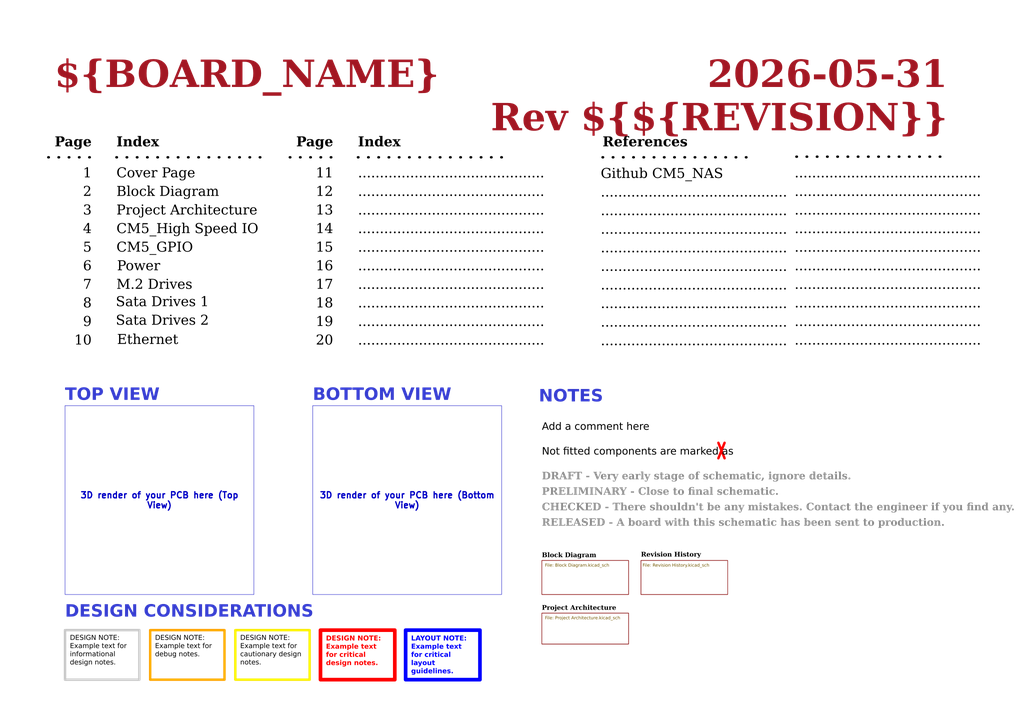
<source format=kicad_sch>
(kicad_sch
	(version 20250114)
	(generator "eeschema")
	(generator_version "9.0")
	(uuid "0650c7a8-acba-429c-9f8e-eec0baf0bc1c")
	(paper "A3")
	(title_block
		(title "Cover Page")
		(date "Last Modified Date")
		(rev "${REVISION}")
	)
	(lib_symbols)
	(text "9"
		(exclude_from_sim no)
		(at 37.592 135.636 0)
		(effects
			(font
				(face "Times New Roman")
				(size 4 4)
				(color 0 0 0 1)
			)
			(justify right bottom)
			(href "#9")
		)
		(uuid "0171ecc8-df6f-418e-95ea-db73cf975716")
	)
	(text "BOTTOM VIEW"
		(exclude_from_sim no)
		(at 128.27 166.37 0)
		(effects
			(font
				(face "Arial")
				(size 5 5)
				(bold yes)
				(color 53 60 207 1)
			)
			(justify left bottom)
		)
		(uuid "041ff709-0f5e-466e-adab-d03afffd90b7")
	)
	(text "..........................................."
		(exclude_from_sim no)
		(at 325.882 105.156 0)
		(effects
			(font
				(face "Times New Roman")
				(size 4 4)
				(color 0 0 0 1)
			)
			(justify left bottom)
			(href "#15")
		)
		(uuid "0882df72-b95b-41c8-a0bb-c8d9df245206")
	)
	(text "13"
		(exclude_from_sim no)
		(at 136.652 89.916 0)
		(effects
			(font
				(face "Times New Roman")
				(size 4 4)
				(color 0 0 0 1)
			)
			(justify right bottom)
			(href "#13")
		)
		(uuid "09a9f005-609a-4854-9ba5-f5a5e7b8d7c7")
	)
	(text "Github CM5_NAS\n"
		(exclude_from_sim no)
		(at 246.38 74.93 0)
		(effects
			(font
				(face "Times New Roman")
				(size 4 4)
				(color 0 0 0 1)
			)
			(justify left bottom)
			(href "https://github.com/oli528/CM5-NAS")
		)
		(uuid "0a96f99f-756a-4a9f-95ea-0f44fae79059")
	)
	(text "..........................................."
		(exclude_from_sim no)
		(at 246.38 143.51 0)
		(effects
			(font
				(face "Times New Roman")
				(size 4 4)
				(color 0 0 0 1)
			)
			(justify left bottom)
			(href "#20")
		)
		(uuid "0ebe45c3-ef3a-4f40-9e35-54bcfac0ea1d")
	)
	(text "RELEASED - A board with this schematic has been sent to production."
		(exclude_from_sim no)
		(at 222.25 217.17 0)
		(effects
			(font
				(face "Times New Roman")
				(size 3 3)
				(thickness 0.6)
				(bold yes)
				(color 140 140 140 1)
			)
			(justify left bottom)
		)
		(uuid "10cbc67f-d688-44d7-9e2b-bee41b99ad5c")
	)
	(text "..........................................."
		(exclude_from_sim no)
		(at 246.38 113.03 0)
		(effects
			(font
				(face "Times New Roman")
				(size 4 4)
				(color 0 0 0 1)
			)
			(justify left bottom)
			(href "#16")
		)
		(uuid "13bf3b6e-2a6e-4fcf-b337-698404f9cd66")
	)
	(text "..........................................."
		(exclude_from_sim no)
		(at 246.38 135.89 0)
		(effects
			(font
				(face "Times New Roman")
				(size 4 4)
				(color 0 0 0 1)
			)
			(justify left bottom)
			(href "#19")
		)
		(uuid "1a2f9ab7-a7e8-401b-a965-555a4632e08d")
	)
	(text "TOP VIEW"
		(exclude_from_sim no)
		(at 26.67 166.37 0)
		(effects
			(font
				(face "Arial")
				(size 5 5)
				(bold yes)
				(color 53 60 207 1)
			)
			(justify left bottom)
		)
		(uuid "1c033b5c-f50d-4e0f-94c4-59e72fb244de")
	)
	(text "3"
		(exclude_from_sim no)
		(at 37.592 89.916 0)
		(effects
			(font
				(face "Times New Roman")
				(size 4 4)
				(color 0 0 0 1)
			)
			(justify right bottom)
			(href "#3")
		)
		(uuid "1dd16a1b-b3b8-42a1-b678-3a7b261e7284")
	)
	(text "..........................................."
		(exclude_from_sim no)
		(at 325.882 74.676 0)
		(effects
			(font
				(face "Times New Roman")
				(size 4 4)
				(color 0 0 0 1)
			)
			(justify left bottom)
			(href "#11")
		)
		(uuid "20553c53-edde-4358-9397-4f45b33a8412")
	)
	(text "..........................................."
		(exclude_from_sim no)
		(at 325.882 135.636 0)
		(effects
			(font
				(face "Times New Roman")
				(size 4 4)
				(color 0 0 0 1)
			)
			(justify left bottom)
			(href "#19")
		)
		(uuid "219b524f-47ed-4f43-86c6-3a741c522cc9")
	)
	(text "..........................................."
		(exclude_from_sim no)
		(at 325.882 112.776 0)
		(effects
			(font
				(face "Times New Roman")
				(size 4 4)
				(color 0 0 0 1)
			)
			(justify left bottom)
			(href "#16")
		)
		(uuid "22dcf8bd-6660-4337-ba53-aa0110967ab3")
	)
	(text "..........................................."
		(exclude_from_sim no)
		(at 146.812 112.776 0)
		(effects
			(font
				(face "Times New Roman")
				(size 4 4)
				(color 0 0 0 1)
			)
			(justify left bottom)
			(href "#16")
		)
		(uuid "34c28277-d6a5-4104-8740-b78485a8ff4c")
	)
	(text "1"
		(exclude_from_sim no)
		(at 37.592 74.676 0)
		(effects
			(font
				(face "Times New Roman")
				(size 4 4)
				(color 0 0 0 1)
			)
			(justify right bottom)
			(href "#1")
		)
		(uuid "3691ab49-6c05-4886-869a-12221f52fdee")
	)
	(text "Not fitted components are marked as"
		(exclude_from_sim no)
		(at 222.25 187.96 0)
		(effects
			(font
				(face "Arial")
				(size 3 3)
				(color 0 0 0 1)
			)
			(justify left bottom)
		)
		(uuid "3e121d9b-11e9-4895-9779-ade93d5b2a88")
	)
	(text "Sata Drives 2\n"
		(exclude_from_sim no)
		(at 47.498 135.128 0)
		(effects
			(font
				(face "Times New Roman")
				(size 4 4)
				(color 0 0 0 1)
			)
			(justify left bottom)
			(href "#9")
		)
		(uuid "41bb0f90-1135-4d50-9d44-9fb04444ecf6")
	)
	(text "Index"
		(exclude_from_sim no)
		(at 47.752 61.976 0)
		(effects
			(font
				(face "Times New Roman")
				(size 4 4)
				(bold yes)
				(color 0 0 0 1)
			)
			(justify left bottom)
		)
		(uuid "44841f0e-187c-41b9-a570-9f74973319c9")
	)
	(text "..........................................."
		(exclude_from_sim no)
		(at 146.812 89.916 0)
		(effects
			(font
				(face "Times New Roman")
				(size 4 4)
				(color 0 0 0 1)
			)
			(justify left bottom)
			(href "#13")
		)
		(uuid "461ef4aa-5f24-4935-a427-92bbc78a05f3")
	)
	(text "Index"
		(exclude_from_sim no)
		(at 146.812 61.976 0)
		(effects
			(font
				(face "Times New Roman")
				(size 4 4)
				(bold yes)
				(color 0 0 0 1)
			)
			(justify left bottom)
		)
		(uuid "4773b195-e777-483d-bd5a-5b18be14b485")
	)
	(text "15"
		(exclude_from_sim no)
		(at 136.652 105.156 0)
		(effects
			(font
				(face "Times New Roman")
				(size 4 4)
				(color 0 0 0 1)
			)
			(justify right bottom)
			(href "#15")
		)
		(uuid "48cae9b2-9935-4ee2-a962-685c04325434")
	)
	(text "6"
		(exclude_from_sim no)
		(at 37.592 112.776 0)
		(effects
			(font
				(face "Times New Roman")
				(size 4 4)
				(color 0 0 0 1)
			)
			(justify right bottom)
			(href "#6")
		)
		(uuid "4aa9b67c-c657-48d1-abb0-497faf20008a")
	)
	(text "PRELIMINARY - Close to final schematic."
		(exclude_from_sim no)
		(at 222.25 204.47 0)
		(effects
			(font
				(face "Times New Roman")
				(size 3 3)
				(thickness 0.6)
				(bold yes)
				(color 140 140 140 1)
			)
			(justify left bottom)
		)
		(uuid "4b75d6be-e2b4-4862-a5fd-f3239bff6734")
	)
	(text "..........................................."
		(exclude_from_sim no)
		(at 246.38 90.17 0)
		(effects
			(font
				(face "Times New Roman")
				(size 4 4)
				(color 0 0 0 1)
			)
			(justify left bottom)
		)
		(uuid "4b96a01a-48c9-4498-8edb-c952e234ab44")
	)
	(text "..........................................."
		(exclude_from_sim no)
		(at 246.38 82.55 0)
		(effects
			(font
				(face "Times New Roman")
				(size 4 4)
				(color 0 0 0 1)
			)
			(justify left bottom)
		)
		(uuid "50527621-ca48-49b6-b465-7b62d2e4d5f6")
	)
	(text "Page"
		(exclude_from_sim no)
		(at 37.592 61.976 0)
		(effects
			(font
				(face "Times New Roman")
				(size 4 4)
				(bold yes)
				(color 0 0 0 1)
			)
			(justify right bottom)
		)
		(uuid "5216de6a-28ab-4e49-a422-9fd32d8fed67")
	)
	(text "CM5_High Speed IO"
		(exclude_from_sim no)
		(at 47.752 97.536 0)
		(effects
			(font
				(face "Times New Roman")
				(size 4 4)
				(color 0 0 0 1)
			)
			(justify left bottom)
			(href "#4")
		)
		(uuid "547bb3ec-bec4-4b68-a38e-2ac56be29bd3")
	)
	(text "Power"
		(exclude_from_sim no)
		(at 48.006 112.776 0)
		(effects
			(font
				(face "Times New Roman")
				(size 4 4)
				(color 0 0 0 1)
			)
			(justify left bottom)
			(href "#6")
		)
		(uuid "598c6218-39d7-40a8-878a-842531c6a754")
	)
	(text "8"
		(exclude_from_sim no)
		(at 37.592 128.016 0)
		(effects
			(font
				(face "Times New Roman")
				(size 4 4)
				(color 0 0 0 1)
			)
			(justify right bottom)
			(href "#8")
		)
		(uuid "5dd35c87-2aeb-4c16-ab79-fbda71c4347a")
	)
	(text "14"
		(exclude_from_sim no)
		(at 136.652 97.536 0)
		(effects
			(font
				(face "Times New Roman")
				(size 4 4)
				(color 0 0 0 1)
			)
			(justify right bottom)
			(href "#14")
		)
		(uuid "5e529423-56be-4ad0-9794-38b960fa0634")
	)
	(text "..........................................."
		(exclude_from_sim no)
		(at 325.882 120.396 0)
		(effects
			(font
				(face "Times New Roman")
				(size 4 4)
				(color 0 0 0 1)
			)
			(justify left bottom)
			(href "#17")
		)
		(uuid "5f8d6220-c235-4ab9-a74b-3f925bb33266")
	)
	(text "..........................................."
		(exclude_from_sim no)
		(at 246.38 97.79 0)
		(effects
			(font
				(face "Times New Roman")
				(size 4 4)
				(color 0 0 0 1)
			)
			(justify left bottom)
			(href "#14")
		)
		(uuid "61408ca8-2a22-4ce6-bbe7-7f036b1a8089")
	)
	(text "..........................................."
		(exclude_from_sim no)
		(at 246.38 120.65 0)
		(effects
			(font
				(face "Times New Roman")
				(size 4 4)
				(color 0 0 0 1)
			)
			(justify left bottom)
			(href "#17")
		)
		(uuid "6f005a75-a5e7-4c46-b4d1-256b08a3d502")
	)
	(text "5"
		(exclude_from_sim no)
		(at 37.592 105.156 0)
		(effects
			(font
				(face "Times New Roman")
				(size 4 4)
				(color 0 0 0 1)
			)
			(justify right bottom)
			(href "#5")
		)
		(uuid "718e4830-a352-43f0-b9c5-1495032b5970")
	)
	(text "${CURRENT_DATE}"
		(exclude_from_sim no)
		(at 388.62 40.64 0)
		(effects
			(font
				(face "Times New Roman")
				(size 11 11)
				(thickness 1)
				(bold yes)
				(color 162 22 34 1)
			)
			(justify right bottom)
		)
		(uuid "752b8016-2b6c-433a-9e5a-755eac1f800d")
	)
	(text "16"
		(exclude_from_sim no)
		(at 136.652 112.776 0)
		(effects
			(font
				(face "Times New Roman")
				(size 4 4)
				(color 0 0 0 1)
			)
			(justify right bottom)
			(href "#16")
		)
		(uuid "7a577aea-9c53-4431-8f38-6cd521e907d0")
	)
	(text "10"
		(exclude_from_sim no)
		(at 37.592 143.256 0)
		(effects
			(font
				(face "Times New Roman")
				(size 4 4)
				(color 0 0 0 1)
			)
			(justify right bottom)
			(href "#10")
		)
		(uuid "7caa34f0-df91-4ed4-bb8e-ff81315f8c93")
	)
	(text "References"
		(exclude_from_sim no)
		(at 247.142 61.976 0)
		(effects
			(font
				(face "Times New Roman")
				(size 4 4)
				(bold yes)
				(color 0 0 0 1)
			)
			(justify left bottom)
		)
		(uuid "7d26eed9-0ff2-44d4-9916-4aa0c2d4e298")
	)
	(text "..........................................."
		(exclude_from_sim no)
		(at 325.882 97.536 0)
		(effects
			(font
				(face "Times New Roman")
				(size 4 4)
				(color 0 0 0 1)
			)
			(justify left bottom)
			(href "#14")
		)
		(uuid "7d3e474f-13ef-4d77-940f-a777c5664a38")
	)
	(text "18"
		(exclude_from_sim no)
		(at 136.652 128.016 0)
		(effects
			(font
				(face "Times New Roman")
				(size 4 4)
				(color 0 0 0 1)
			)
			(justify right bottom)
			(href "#18")
		)
		(uuid "7d4de17d-b484-45d2-95af-1050fc297950")
	)
	(text "4"
		(exclude_from_sim no)
		(at 37.592 97.536 0)
		(effects
			(font
				(face "Times New Roman")
				(size 4 4)
				(color 0 0 0 1)
			)
			(justify right bottom)
			(href "#4")
		)
		(uuid "8d802a1e-8c90-4592-9cec-00ce1173b8bd")
	)
	(text "11"
		(exclude_from_sim no)
		(at 136.652 74.676 0)
		(effects
			(font
				(face "Times New Roman")
				(size 4 4)
				(color 0 0 0 1)
			)
			(justify right bottom)
			(href "#11")
		)
		(uuid "8d827c06-285c-46bc-8024-d46f4098d9e5")
	)
	(text "..........................................."
		(exclude_from_sim no)
		(at 325.882 82.296 0)
		(effects
			(font
				(face "Times New Roman")
				(size 4 4)
				(color 0 0 0 1)
			)
			(justify left bottom)
			(href "#12")
		)
		(uuid "8daad22b-848e-420e-a50b-959b6b17af29")
	)
	(text "Rev ${REVISION}"
		(exclude_from_sim no)
		(at 388.62 58.42 0)
		(effects
			(font
				(face "Times New Roman")
				(size 11 11)
				(thickness 1)
				(bold yes)
				(color 162 22 34 1)
			)
			(justify right bottom)
		)
		(uuid "9008c96f-82fa-4b3f-88a3-9ae35f59090b")
	)
	(text "Sata Drives 1\n"
		(exclude_from_sim no)
		(at 47.498 127.508 0)
		(effects
			(font
				(face "Times New Roman")
				(size 4 4)
				(color 0 0 0 1)
			)
			(justify left bottom)
			(href "#8")
		)
		(uuid "93713c73-3aba-4b0b-9f3c-b37ab3721f94")
	)
	(text "CM5_GPIO"
		(exclude_from_sim no)
		(at 47.752 105.156 0)
		(effects
			(font
				(face "Times New Roman")
				(size 4 4)
				(color 0 0 0 1)
			)
			(justify left bottom)
			(href "#5")
		)
		(uuid "9413d28a-c2b4-4d73-ae2d-68b4717d1b67")
	)
	(text "..........................................."
		(exclude_from_sim no)
		(at 246.38 128.27 0)
		(effects
			(font
				(face "Times New Roman")
				(size 4 4)
				(color 0 0 0 1)
			)
			(justify left bottom)
			(href "#18")
		)
		(uuid "97d2b985-807a-4e6e-9569-22acb1ac3257")
	)
	(text "..........................................."
		(exclude_from_sim no)
		(at 325.882 128.016 0)
		(effects
			(font
				(face "Times New Roman")
				(size 4 4)
				(color 0 0 0 1)
			)
			(justify left bottom)
			(href "#18")
		)
		(uuid "993dedc3-994b-4622-8aa0-ecc421ee98de")
	)
	(text "..........................................."
		(exclude_from_sim no)
		(at 146.812 135.636 0)
		(effects
			(font
				(face "Times New Roman")
				(size 4 4)
				(color 0 0 0 1)
			)
			(justify left bottom)
			(href "#19")
		)
		(uuid "9d747571-2a3a-41dd-b7ab-0c07afaa5df1")
	)
	(text "..........................................."
		(exclude_from_sim no)
		(at 146.812 74.676 0)
		(effects
			(font
				(face "Times New Roman")
				(size 4 4)
				(color 0 0 0 1)
			)
			(justify left bottom)
			(href "#11")
		)
		(uuid "9e3e9ac8-468f-4f09-9650-682992859fd0")
	)
	(text "..........................................."
		(exclude_from_sim no)
		(at 146.812 120.396 0)
		(effects
			(font
				(face "Times New Roman")
				(size 4 4)
				(color 0 0 0 1)
			)
			(justify left bottom)
			(href "#17")
		)
		(uuid "a2bb1bed-8e4e-4038-8b4e-99f9457f4c30")
	)
	(text "M.2 Drives"
		(exclude_from_sim no)
		(at 47.752 120.396 0)
		(effects
			(font
				(face "Times New Roman")
				(size 4 4)
				(color 0 0 0 1)
			)
			(justify left bottom)
			(href "#7")
		)
		(uuid "ad40278e-f3e6-4c25-8fa4-1f4e3918f822")
	)
	(text "..........................................."
		(exclude_from_sim no)
		(at 146.812 105.156 0)
		(effects
			(font
				(face "Times New Roman")
				(size 4 4)
				(color 0 0 0 1)
			)
			(justify left bottom)
			(href "#15")
		)
		(uuid "ae6c0242-f9a8-4717-86dd-2d27e5dc9018")
	)
	(text "${BOARD_NAME}"
		(exclude_from_sim no)
		(at 22.352 40.64 0)
		(effects
			(font
				(face "Times New Roman")
				(size 11 11)
				(thickness 1)
				(bold yes)
				(color 162 22 34 1)
			)
			(justify left bottom)
		)
		(uuid "b5491481-138f-4748-8f60-dc51e3284b98")
	)
	(text "Page"
		(exclude_from_sim no)
		(at 136.652 61.976 0)
		(effects
			(font
				(face "Times New Roman")
				(size 4 4)
				(bold yes)
				(color 0 0 0 1)
			)
			(justify right bottom)
		)
		(uuid "beb5ee3d-ad62-4c0c-ab18-390f8e3c78c4")
	)
	(text "DRAFT - Very early stage of schematic, ignore details."
		(exclude_from_sim no)
		(at 222.25 198.12 0)
		(effects
			(font
				(face "Times New Roman")
				(size 3 3)
				(thickness 0.6)
				(bold yes)
				(color 140 140 140 1)
			)
			(justify left bottom)
		)
		(uuid "c1828499-d221-4dc2-9c7b-c9d850654d5e")
	)
	(text "..........................................."
		(exclude_from_sim no)
		(at 146.812 97.536 0)
		(effects
			(font
				(face "Times New Roman")
				(size 4 4)
				(color 0 0 0 1)
			)
			(justify left bottom)
			(href "#14")
		)
		(uuid "c492727f-a5a2-4efb-9f13-b55fb4c5125a")
	)
	(text "..........................................."
		(exclude_from_sim no)
		(at 246.38 105.41 0)
		(effects
			(font
				(face "Times New Roman")
				(size 4 4)
				(color 0 0 0 1)
			)
			(justify left bottom)
			(href "#15")
		)
		(uuid "c81597ba-0fce-420a-bd45-8052067f8ede")
	)
	(text "Block Diagram"
		(exclude_from_sim no)
		(at 47.752 82.296 0)
		(effects
			(font
				(face "Times New Roman")
				(size 4 4)
				(color 0 0 0 1)
			)
			(justify left bottom)
			(href "#2")
		)
		(uuid "caeb7f52-f34e-4432-b129-9207069a1ad5")
	)
	(text "19"
		(exclude_from_sim no)
		(at 136.652 135.636 0)
		(effects
			(font
				(face "Times New Roman")
				(size 4 4)
				(color 0 0 0 1)
			)
			(justify right bottom)
			(href "#19")
		)
		(uuid "cbf7eaea-8009-4ccd-9079-9d687b9a3603")
	)
	(text "7"
		(exclude_from_sim no)
		(at 37.592 120.396 0)
		(effects
			(font
				(face "Times New Roman")
				(size 4 4)
				(color 0 0 0 1)
			)
			(justify right bottom)
			(href "#7")
		)
		(uuid "cf9779c0-4a62-4a6f-9127-07f6919e9e8d")
	)
	(text "..........................................."
		(exclude_from_sim no)
		(at 325.882 89.916 0)
		(effects
			(font
				(face "Times New Roman")
				(size 4 4)
				(color 0 0 0 1)
			)
			(justify left bottom)
			(href "#13")
		)
		(uuid "d3da5097-a0f3-437f-b33c-3e311d91413b")
	)
	(text "12"
		(exclude_from_sim no)
		(at 136.652 82.296 0)
		(effects
			(font
				(face "Times New Roman")
				(size 4 4)
				(color 0 0 0 1)
			)
			(justify right bottom)
			(href "#12")
		)
		(uuid "d450aa41-7115-44ab-9cc7-2fa118545b00")
	)
	(text "Add a comment here"
		(exclude_from_sim no)
		(at 222.25 177.8 0)
		(effects
			(font
				(face "Arial")
				(size 3 3)
				(color 0 0 0 1)
			)
			(justify left bottom)
		)
		(uuid "d8d8425a-4141-4ddb-8e75-262db2d23ce8")
	)
	(text "2"
		(exclude_from_sim no)
		(at 37.592 82.296 0)
		(effects
			(font
				(face "Times New Roman")
				(size 4 4)
				(color 0 0 0 1)
			)
			(justify right bottom)
			(href "#2")
		)
		(uuid "dca5e168-6a76-4eb2-b335-e6c030ded824")
	)
	(text "..........................................."
		(exclude_from_sim no)
		(at 146.812 128.016 0)
		(effects
			(font
				(face "Times New Roman")
				(size 4 4)
				(color 0 0 0 1)
			)
			(justify left bottom)
			(href "#18")
		)
		(uuid "e518f3ad-92c7-4755-8883-22916bfc7d1f")
	)
	(text "..........................................."
		(exclude_from_sim no)
		(at 146.812 143.256 0)
		(effects
			(font
				(face "Times New Roman")
				(size 4 4)
				(color 0 0 0 1)
			)
			(justify left bottom)
			(href "#20")
		)
		(uuid "e58de9a8-7551-4002-91cc-eb758bb6876c")
	)
	(text "Cover Page"
		(exclude_from_sim no)
		(at 47.752 74.676 0)
		(effects
			(font
				(face "Times New Roman")
				(size 4 4)
				(color 0 0 0 1)
			)
			(justify left bottom)
			(href "#1")
		)
		(uuid "e9964413-67ff-4f53-b58c-608277db6779")
	)
	(text "..........................................."
		(exclude_from_sim no)
		(at 325.882 143.256 0)
		(effects
			(font
				(face "Times New Roman")
				(size 4 4)
				(color 0 0 0 1)
			)
			(justify left bottom)
			(href "#20")
		)
		(uuid "ea19a0de-0762-4ea3-bc3c-cf607a7434fd")
	)
	(text "NOTES"
		(exclude_from_sim no)
		(at 220.98 167.005 0)
		(effects
			(font
				(face "Arial")
				(size 5 5)
				(bold yes)
				(color 53 60 207 1)
			)
			(justify left bottom)
		)
		(uuid "ecd14d51-7267-460d-9460-6bae137b0c37")
	)
	(text "..........................................."
		(exclude_from_sim no)
		(at 146.812 82.296 0)
		(effects
			(font
				(face "Times New Roman")
				(size 4 4)
				(color 0 0 0 1)
			)
			(justify left bottom)
			(href "#12")
		)
		(uuid "ecd5e3bc-c1c8-4595-a242-64b07df33fd4")
	)
	(text "Project Architecture"
		(exclude_from_sim no)
		(at 47.752 89.916 0)
		(effects
			(font
				(face "Times New Roman")
				(size 4 4)
				(color 0 0 0 1)
			)
			(justify left bottom)
			(href "#3")
		)
		(uuid "ed9f4e44-7881-47b3-83af-17eb3de0e161")
	)
	(text "CHECKED - There shouldn't be any mistakes. Contact the engineer if you find any."
		(exclude_from_sim no)
		(at 222.25 210.82 0)
		(effects
			(font
				(face "Times New Roman")
				(size 3 3)
				(thickness 0.6)
				(bold yes)
				(color 140 140 140 1)
			)
			(justify left bottom)
		)
		(uuid "ee4bfbd2-ceac-40c9-847b-b15b18b07c08")
	)
	(text "20"
		(exclude_from_sim no)
		(at 136.652 143.256 0)
		(effects
			(font
				(face "Times New Roman")
				(size 4 4)
				(color 0 0 0 1)
			)
			(justify right bottom)
			(href "#20")
		)
		(uuid "f17fa600-4ea0-4482-a965-d781b27fd052")
	)
	(text "DESIGN CONSIDERATIONS"
		(exclude_from_sim no)
		(at 26.67 255.27 0)
		(effects
			(font
				(face "Arial")
				(size 5 5)
				(bold yes)
				(color 53 60 207 1)
			)
			(justify left bottom)
		)
		(uuid "fb09f930-25b6-4039-89ae-42d9d443b49d")
	)
	(text "Ethernet"
		(exclude_from_sim no)
		(at 48.006 143.002 0)
		(effects
			(font
				(face "Times New Roman")
				(size 4 4)
				(color 0 0 0 1)
			)
			(justify left bottom)
			(href "#10")
		)
		(uuid "ff95cd70-408a-4656-b808-dabd546affbd")
	)
	(text "17"
		(exclude_from_sim no)
		(at 136.652 120.396 0)
		(effects
			(font
				(face "Times New Roman")
				(size 4 4)
				(color 0 0 0 1)
			)
			(justify right bottom)
			(href "#17")
		)
		(uuid "ffcd9e5c-5c93-423a-9ccc-e0af67821852")
	)
	(text_box "3D render of your PCB here (Bottom View)"
		(exclude_from_sim no)
		(at 128.27 166.37 0)
		(size 77.47 77.47)
		(margins 1.905 1.905 1.905 1.905)
		(stroke
			(width 0)
			(type default)
		)
		(fill
			(type none)
		)
		(effects
			(font
				(size 2.54 2.54)
				(thickness 0.508)
				(bold yes)
			)
		)
		(uuid "0c38d11f-bb11-46db-a91c-ebc0b30e95f5")
	)
	(text_box "3D render of your PCB here (Top View)"
		(exclude_from_sim no)
		(at 26.67 166.37 0)
		(size 77.47 77.47)
		(margins 1.905 1.905 1.905 1.905)
		(stroke
			(width 0)
			(type default)
		)
		(fill
			(type none)
		)
		(effects
			(font
				(size 2.54 2.54)
				(thickness 0.508)
				(bold yes)
			)
		)
		(uuid "2d015f2a-bc39-4866-bbd9-40b03d497a26")
	)
	(text_box "Metadata can be set in File → Schematic Setup → Project → Text Variables"
		(exclude_from_sim no)
		(at 8.89 300.99 0)
		(size 119.38 6.35)
		(margins 1.9049 1.9049 1.9049 1.9049)
		(stroke
			(width -0.0001)
			(type default)
		)
		(fill
			(type none)
		)
		(effects
			(font
				(size 2.54 2.54)
				(thickness 0.381)
				(bold yes)
				(color 0 0 0 1)
			)
			(justify right top)
		)
		(uuid "4d4fc8f9-28d9-4b33-b78d-b00f0a2b33ca")
	)
	(text_box "DESIGN NOTE:\nExample text for informational design notes."
		(exclude_from_sim no)
		(at 26.67 258.445 0)
		(size 30.48 20.32)
		(margins 2 2 2 2)
		(stroke
			(width 1)
			(type solid)
			(color 200 200 200 1)
		)
		(fill
			(type none)
		)
		(effects
			(font
				(face "Arial")
				(size 2 2)
				(color 0 0 0 1)
			)
			(justify left top)
		)
		(uuid "60b6a08c-a542-468e-b79f-aa4a2aa0e9e7")
	)
	(text_box "LAYOUT NOTE:\nExample text for critical layout guidelines."
		(exclude_from_sim no)
		(at 166.37 258.445 0)
		(size 30.48 20.32)
		(margins 2.25 2.25 2.25 2.25)
		(stroke
			(width 1.5)
			(type solid)
			(color 0 0 255 1)
		)
		(fill
			(type none)
		)
		(effects
			(font
				(face "Arial")
				(size 2 2)
				(thickness 0.4)
				(bold yes)
				(color 0 0 255 1)
			)
			(justify left top)
		)
		(uuid "b2648603-9b19-4c01-9621-49d92c5b8a6e")
	)
	(text_box "DESIGN NOTE:\nExample text for cautionary design notes."
		(exclude_from_sim no)
		(at 96.52 258.445 0)
		(size 30.48 20.32)
		(margins 2 2 2 2)
		(stroke
			(width 1)
			(type solid)
			(color 250 236 0 1)
		)
		(fill
			(type none)
		)
		(effects
			(font
				(face "Arial")
				(size 2 2)
				(color 0 0 0 1)
			)
			(justify left top)
		)
		(uuid "c7ec7f64-f5b0-4d3e-9743-7d40c3e23ecf")
	)
	(text_box "DESIGN NOTE:\nExample text for debug notes."
		(exclude_from_sim no)
		(at 61.595 258.445 0)
		(size 30.48 20.32)
		(margins 2 2 2 2)
		(stroke
			(width 1)
			(type solid)
			(color 255 165 0 1)
		)
		(fill
			(type none)
		)
		(effects
			(font
				(face "Arial")
				(size 2 2)
				(color 0 0 0 1)
			)
			(justify left top)
		)
		(uuid "c8bf2561-6ede-45f0-9b2e-12af2dfee13b")
	)
	(text_box "DESIGN NOTE:\nExample text for critical design notes."
		(exclude_from_sim no)
		(at 131.445 258.445 0)
		(size 30.48 20.32)
		(margins 2.25 2.25 2.25 2.25)
		(stroke
			(width 1.5)
			(type solid)
			(color 255 0 0 1)
		)
		(fill
			(type none)
		)
		(effects
			(font
				(face "Arial")
				(size 2 2)
				(thickness 0.4)
				(bold yes)
				(color 255 0 0 1)
			)
			(justify left top)
		)
		(uuid "d03e1008-e371-461f-a9f2-320d8a2b7341")
	)
	(polyline
		(pts
			(xy 297.18 181.61) (xy 294.64 187.96)
		)
		(stroke
			(width 1)
			(type default)
			(color 255 0 0 1)
		)
		(uuid "4ae2cac4-7676-4a8d-91c4-c6c6f4585019")
	)
	(polyline
		(pts
			(xy 47.752 64.516) (xy 108.712 64.516)
		)
		(stroke
			(width 1)
			(type dot)
			(color 0 0 0 1)
		)
		(uuid "594379bc-c052-4d2e-996b-8b5c1a0857fd")
	)
	(polyline
		(pts
			(xy 326.644 64.262) (xy 387.604 64.262)
		)
		(stroke
			(width 1)
			(type dot)
			(color 0 0 0 1)
		)
		(uuid "8f443e31-839d-427e-9c5c-c8de447a32b1")
	)
	(polyline
		(pts
			(xy 247.142 64.516) (xy 308.102 64.516)
		)
		(stroke
			(width 1)
			(type dot)
			(color 0 0 0 1)
		)
		(uuid "a08bc8f0-bbd7-4f4f-8119-53e1a031a1f3")
	)
	(polyline
		(pts
			(xy 118.872 64.516) (xy 136.652 64.516)
		)
		(stroke
			(width 1)
			(type dot)
			(color 0 0 0 1)
		)
		(uuid "aa27a991-1dd0-4ddb-a292-69ddc074d2fe")
	)
	(polyline
		(pts
			(xy 19.812 64.516) (xy 37.592 64.516)
		)
		(stroke
			(width 1)
			(type dot)
			(color 0 0 0 1)
		)
		(uuid "aefa0f5d-e237-48a6-8d0d-7925958d23a4")
	)
	(polyline
		(pts
			(xy 294.64 181.61) (xy 297.18 187.96)
		)
		(stroke
			(width 1)
			(type default)
			(color 255 0 0 1)
		)
		(uuid "b16ef1e7-4b58-4125-810d-81e7071984f8")
	)
	(polyline
		(pts
			(xy 146.812 64.516) (xy 207.772 64.516)
		)
		(stroke
			(width 1)
			(type dot)
			(color 0 0 0 1)
		)
		(uuid "d03f8f3f-5543-483d-a054-040e77e06c0e")
	)
	(sheet
		(at 222.25 229.87)
		(size 35.56 13.97)
		(exclude_from_sim no)
		(in_bom yes)
		(on_board yes)
		(dnp no)
		(stroke
			(width 0.1524)
			(type solid)
		)
		(fill
			(color 0 0 0 0.0000)
		)
		(uuid "de68a101-7eef-4ba8-abb4-14d03adb087f")
		(property "Sheetname" "Block Diagram"
			(at 222.25 228.8409 0)
			(effects
				(font
					(face "Times New Roman")
					(size 1.905 1.905)
					(bold yes)
					(color 0 0 0 1)
				)
				(justify left bottom)
			)
		)
		(property "Sheetfile" "Block Diagram.kicad_sch"
			(at 223.52 231.14 0)
			(effects
				(font
					(face "Arial")
					(size 1.27 1.27)
				)
				(justify left top)
			)
		)
		(instances
			(project "CM5 Nas"
				(path "/0650c7a8-acba-429c-9f8e-eec0baf0bc1c"
					(page "2")
				)
			)
		)
	)
	(sheet
		(at 262.89 229.87)
		(size 35.56 13.97)
		(exclude_from_sim no)
		(in_bom yes)
		(on_board yes)
		(dnp no)
		(stroke
			(width 0)
			(type solid)
		)
		(fill
			(color 0 0 0 0.0000)
		)
		(uuid "e7c91631-be85-488a-af7a-f2a810f3fbfe")
		(property "Sheetname" "Revision History"
			(at 262.89 228.6 0)
			(effects
				(font
					(face "Times New Roman")
					(size 1.905 1.905)
					(bold yes)
					(color 0 0 0 1)
				)
				(justify left bottom)
			)
		)
		(property "Sheetfile" "Revision History.kicad_sch"
			(at 263.525 231.14 0)
			(effects
				(font
					(face "Arial")
					(size 1.27 1.27)
				)
				(justify left top)
			)
		)
		(instances
			(project "CM5 Nas"
				(path "/0650c7a8-acba-429c-9f8e-eec0baf0bc1c"
					(page "13")
				)
			)
		)
	)
	(sheet
		(at 222.25 251.46)
		(size 35.56 12.7)
		(exclude_from_sim no)
		(in_bom yes)
		(on_board yes)
		(dnp no)
		(stroke
			(width 0.1524)
			(type solid)
		)
		(fill
			(color 0 0 0 0.0000)
		)
		(uuid "fede4c36-00cc-4d3d-b71c-5243ba232202")
		(property "Sheetname" "Project Architecture"
			(at 222.25 250.4309 0)
			(effects
				(font
					(face "Times New Roman")
					(size 1.905 1.905)
					(bold yes)
					(color 0 0 0 1)
				)
				(justify left bottom)
			)
		)
		(property "Sheetfile" "Project Architecture.kicad_sch"
			(at 223.52 252.73 0)
			(effects
				(font
					(face "Arial")
					(size 1.27 1.27)
				)
				(justify left top)
			)
		)
		(instances
			(project "CM5 Nas"
				(path "/0650c7a8-acba-429c-9f8e-eec0baf0bc1c"
					(page "3")
				)
			)
		)
	)
	(sheet_instances
		(path "/"
			(page "1")
		)
	)
	(embedded_fonts no)
)

</source>
